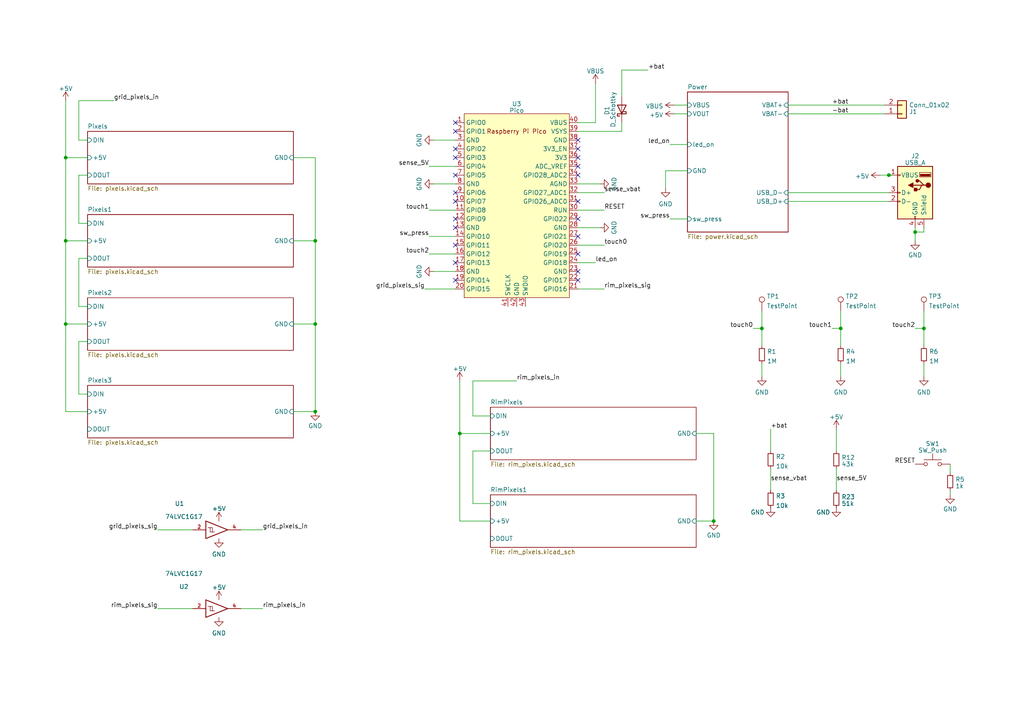
<source format=kicad_sch>
(kicad_sch (version 20230121) (generator eeschema)
  (paper "A4")
  (lib_symbols
    (symbol "74xGxx:74LVC1G17" (pin_names (offset 1.016))
      (property "Reference" "U" (at -2.54 3.81 0))
      (property "Value" "74LVC1G17" (at 0 -3.81 0))
      (symbol "74LVC1G17_0_1"
        (polyline (pts (xy -2.54 0.635) (xy -1.905 0.635) (xy -1.905 -0.635)))
        (polyline (pts (xy -3.81 2.54) (xy -3.81 -2.54) (xy 2.54 0) (xy -3.81 2.54)) (stroke (width 0.254)))
        (polyline (pts (xy -3.175 0.635) (xy -2.54 0.635) (xy -2.54 -0.635) (xy -1.27 -0.635)))
      )
      (symbol "74LVC1G17_1_1"
        (pin input line (at -7.62 0 0) (length 3.81) (name "~") (number "2"))
        (pin power_in line (at 0 -2.54 270) (length 0) hide (name "GND") (number "3"))
        (pin output line (at 6.35 0 180) (length 3.81) (name "~") (number "4"))
        (pin power_in line (at 0 2.54 90) (length 0) hide (name "VCC") (number "5"))
      )
    )
    (symbol "Connector:TestPoint" (pin_numbers hide) (pin_names (offset 0.762) hide)
      (property "Reference" "TP" (at 0 6.858 0))
      (property "Value" "TestPoint" (at 0 5.08 0))
      (symbol "TestPoint_0_1"
        (circle (center 0 3.302) (radius 0.762))
      )
      (symbol "TestPoint_1_1"
        (pin passive line (at 0 0 90) (length 2.54) (name "1") (number "1"))
      )
    )
    (symbol "Connector:USB_A" (pin_names (offset 1.016))
      (property "Reference" "J" (at -5.08 11.43 0))
      (property "Value" "USB_A" (at -5.08 8.89 0))
      (symbol "USB_A_0_1"
        (rectangle (start -5.08 -7.62) (end 5.08 7.62) (stroke (width 0.254)) (fill (type background)))
        (circle (center -3.81 2.159) (radius 0.635) (stroke (width 0.254)) (fill (type outline)))
        (rectangle (start -1.524 4.826) (end -4.318 5.334) (fill (type outline)))
        (rectangle (start -1.27 4.572) (end -4.572 5.842))
        (circle (center -0.635 3.429) (radius 0.381) (stroke (width 0.254)) (fill (type outline)))
        (rectangle (start -0.127 -7.62) (end 0.127 -6.858))
        (polyline (pts (xy -3.175 2.159) (xy -2.54 2.159) (xy -1.27 3.429) (xy -0.635 3.429)) (stroke (width 0.254)))
        (polyline (pts (xy -2.54 2.159) (xy -1.905 2.159) (xy -1.27 0.889) (xy 0 0.889)) (stroke (width 0.254)))
        (polyline (pts (xy 0.635 2.794) (xy 0.635 1.524) (xy 1.905 2.159) (xy 0.635 2.794)) (stroke (width 0.254)) (fill (type outline)))
        (rectangle (start 0.254 1.27) (end -0.508 0.508) (stroke (width 0.254)) (fill (type outline)))
        (rectangle (start 5.08 -2.667) (end 4.318 -2.413))
        (rectangle (start 5.08 -0.127) (end 4.318 0.127))
        (rectangle (start 5.08 4.953) (end 4.318 5.207))
      )
      (symbol "USB_A_1_1"
        (polyline (pts (xy -1.905 2.159) (xy 0.635 2.159)) (stroke (width 0.254)))
        (pin power_in line (at 7.62 5.08 180) (length 2.54) (name "VBUS") (number "1"))
        (pin bidirectional line (at 7.62 -2.54 180) (length 2.54) (name "D-") (number "2"))
        (pin bidirectional line (at 7.62 0 180) (length 2.54) (name "D+") (number "3"))
        (pin power_in line (at 0 -10.16 90) (length 2.54) (name "GND") (number "4"))
        (pin passive line (at -2.54 -10.16 90) (length 2.54) (name "Shield") (number "5"))
      )
    )
    (symbol "Connector_Generic:Conn_01x02" (pin_names (offset 1.016) hide)
      (property "Reference" "J" (at 0 2.54 0))
      (property "Value" "Conn_01x02" (at 0 -5.08 0))
      (symbol "Conn_01x02_1_1"
        (rectangle (start -1.27 -2.413) (end 0 -2.667) (stroke (width 0.1524)))
        (rectangle (start -1.27 0.127) (end 0 -0.127) (stroke (width 0.1524)))
        (rectangle (start -1.27 1.27) (end 1.27 -3.81) (stroke (width 0.254)) (fill (type background)))
        (pin passive line (at -5.08 0 0) (length 3.81) (name "Pin_1") (number "1"))
        (pin passive line (at -5.08 -2.54 0) (length 3.81) (name "Pin_2") (number "2"))
      )
    )
    (symbol "Device:D_Schottky" (pin_numbers hide) (pin_names (offset 1.016) hide)
      (property "Reference" "D" (at 0 2.54 0))
      (property "Value" "D_Schottky" (at 0 -2.54 0))
      (symbol "D_Schottky_0_1"
        (polyline (pts (xy 1.27 0) (xy -1.27 0)))
        (polyline (pts (xy 1.27 1.27) (xy 1.27 -1.27) (xy -1.27 0) (xy 1.27 1.27)) (stroke (width 0.254)))
        (polyline (pts (xy -1.905 0.635) (xy -1.905 1.27) (xy -1.27 1.27) (xy -1.27 -1.27) (xy -0.635 -1.27) (xy -0.635 -0.635)) (stroke (width 0.254)))
      )
      (symbol "D_Schottky_1_1"
        (pin passive line (at -3.81 0 0) (length 2.54) (name "K") (number "1"))
        (pin passive line (at 3.81 0 180) (length 2.54) (name "A") (number "2"))
      )
    )
    (symbol "Device:R_Small" (pin_numbers hide) (pin_names (offset 0.254) hide)
      (property "Reference" "R" (at 0.762 0.508 0))
      (property "Value" "R_Small" (at 0.762 -1.016 0))
      (symbol "R_Small_0_1"
        (rectangle (start -0.762 1.778) (end 0.762 -1.778) (stroke (width 0.2032)))
      )
      (symbol "R_Small_1_1"
        (pin passive line (at 0 2.54 270) (length 0.762) (name "~") (number "1"))
        (pin passive line (at 0 -2.54 90) (length 0.762) (name "~") (number "2"))
      )
    )
    (symbol "PiPico:Pico"
      (property "Reference" "U" (at -13.97 27.94 0))
      (property "Value" "Pico" (at 0 19.05 0))
      (symbol "Pico_0_0"
        (text "Raspberry Pi Pico" (at 0 21.59 0) (effects (font (size 1.27 1.27))))
      )
      (symbol "Pico_0_1"
        (rectangle (start -15.24 26.67) (end 15.24 -26.67) (fill (type background)))
      )
      (symbol "Pico_1_1"
        (pin bidirectional line (at -17.78 24.13 0) (length 2.54) (name "GPIO0") (number "1"))
        (pin bidirectional line (at -17.78 1.27 0) (length 2.54) (name "GPIO7") (number "10"))
        (pin bidirectional line (at -17.78 -1.27 0) (length 2.54) (name "GPIO8") (number "11"))
        (pin bidirectional line (at -17.78 -3.81 0) (length 2.54) (name "GPIO9") (number "12"))
        (pin power_in line (at -17.78 -6.35 0) (length 2.54) (name "GND") (number "13"))
        (pin bidirectional line (at -17.78 -8.89 0) (length 2.54) (name "GPIO10") (number "14"))
        (pin bidirectional line (at -17.78 -11.43 0) (length 2.54) (name "GPIO11") (number "15"))
        (pin bidirectional line (at -17.78 -13.97 0) (length 2.54) (name "GPIO12") (number "16"))
        (pin bidirectional line (at -17.78 -16.51 0) (length 2.54) (name "GPIO13") (number "17"))
        (pin power_in line (at -17.78 -19.05 0) (length 2.54) (name "GND") (number "18"))
        (pin bidirectional line (at -17.78 -21.59 0) (length 2.54) (name "GPIO14") (number "19"))
        (pin bidirectional line (at -17.78 21.59 0) (length 2.54) (name "GPIO1") (number "2"))
        (pin bidirectional line (at -17.78 -24.13 0) (length 2.54) (name "GPIO15") (number "20"))
        (pin bidirectional line (at 17.78 -24.13 180) (length 2.54) (name "GPIO16") (number "21"))
        (pin bidirectional line (at 17.78 -21.59 180) (length 2.54) (name "GPIO17") (number "22"))
        (pin power_in line (at 17.78 -19.05 180) (length 2.54) (name "GND") (number "23"))
        (pin bidirectional line (at 17.78 -16.51 180) (length 2.54) (name "GPIO18") (number "24"))
        (pin bidirectional line (at 17.78 -13.97 180) (length 2.54) (name "GPIO19") (number "25"))
        (pin bidirectional line (at 17.78 -11.43 180) (length 2.54) (name "GPIO20") (number "26"))
        (pin bidirectional line (at 17.78 -8.89 180) (length 2.54) (name "GPIO21") (number "27"))
        (pin power_in line (at 17.78 -6.35 180) (length 2.54) (name "GND") (number "28"))
        (pin bidirectional line (at 17.78 -3.81 180) (length 2.54) (name "GPIO22") (number "29"))
        (pin power_in line (at -17.78 19.05 0) (length 2.54) (name "GND") (number "3"))
        (pin input line (at 17.78 -1.27 180) (length 2.54) (name "RUN") (number "30"))
        (pin bidirectional line (at 17.78 1.27 180) (length 2.54) (name "GPIO26_ADC0") (number "31"))
        (pin bidirectional line (at 17.78 3.81 180) (length 2.54) (name "GPIO27_ADC1") (number "32"))
        (pin power_in line (at 17.78 6.35 180) (length 2.54) (name "AGND") (number "33"))
        (pin bidirectional line (at 17.78 8.89 180) (length 2.54) (name "GPIO28_ADC2") (number "34"))
        (pin power_in line (at 17.78 11.43 180) (length 2.54) (name "ADC_VREF") (number "35"))
        (pin power_in line (at 17.78 13.97 180) (length 2.54) (name "3V3") (number "36"))
        (pin input line (at 17.78 16.51 180) (length 2.54) (name "3V3_EN") (number "37"))
        (pin bidirectional line (at 17.78 19.05 180) (length 2.54) (name "GND") (number "38"))
        (pin power_in line (at 17.78 21.59 180) (length 2.54) (name "VSYS") (number "39"))
        (pin bidirectional line (at -17.78 16.51 0) (length 2.54) (name "GPIO2") (number "4"))
        (pin power_in line (at 17.78 24.13 180) (length 2.54) (name "VBUS") (number "40"))
        (pin input line (at -2.54 -29.21 90) (length 2.54) (name "SWCLK") (number "41"))
        (pin power_in line (at 0 -29.21 90) (length 2.54) (name "GND") (number "42"))
        (pin bidirectional line (at 2.54 -29.21 90) (length 2.54) (name "SWDIO") (number "43"))
        (pin bidirectional line (at -17.78 13.97 0) (length 2.54) (name "GPIO3") (number "5"))
        (pin bidirectional line (at -17.78 11.43 0) (length 2.54) (name "GPIO4") (number "6"))
        (pin bidirectional line (at -17.78 8.89 0) (length 2.54) (name "GPIO5") (number "7"))
        (pin power_in line (at -17.78 6.35 0) (length 2.54) (name "GND") (number "8"))
        (pin bidirectional line (at -17.78 3.81 0) (length 2.54) (name "GPIO6") (number "9"))
      )
    )
    (symbol "Switch:SW_Push" (pin_numbers hide) (pin_names (offset 1.016) hide)
      (property "Reference" "SW" (at 1.27 2.54 0))
      (property "Value" "SW_Push" (at 0 -1.524 0))
      (symbol "SW_Push_0_1"
        (circle (center -2.032 0) (radius 0.508))
        (polyline (pts (xy 0 1.27) (xy 0 3.048)))
        (polyline (pts (xy 2.54 1.27) (xy -2.54 1.27)))
        (circle (center 2.032 0) (radius 0.508))
        (pin passive line (at -5.08 0 0) (length 2.54) (name "1") (number "1"))
        (pin passive line (at 5.08 0 180) (length 2.54) (name "2") (number "2"))
      )
    )
    (symbol "power:+5V" (power) (pin_names (offset 0))
      (property "Value" "+5V" (at 0 3.556 0))
      (symbol "+5V_0_1"
        (polyline (pts (xy -0.762 1.27) (xy 0 2.54)))
        (polyline (pts (xy 0 0) (xy 0 2.54)))
        (polyline (pts (xy 0 2.54) (xy 0.762 1.27)))
      )
      (symbol "+5V_1_1"
        (pin power_in line (at 0 0 90) (length 0) hide (name "+5V") (number "1"))
      )
    )
    (symbol "power:GND" (power) (pin_names (offset 0))
      (property "Value" "GND" (at 0 -3.81 0))
      (symbol "GND_0_1"
        (polyline (pts (xy 0 0) (xy 0 -1.27) (xy 1.27 -1.27) (xy 0 -2.54) (xy -1.27 -1.27) (xy 0 -1.27)))
      )
      (symbol "GND_1_1"
        (pin power_in line (at 0 0 270) (length 0) hide (name "GND") (number "1"))
      )
    )
    (symbol "power:VBUS" (power) (pin_names (offset 0))
      (property "Value" "VBUS" (at 0 3.81 0))
      (symbol "VBUS_0_1"
        (polyline (pts (xy -0.762 1.27) (xy 0 2.54)))
        (polyline (pts (xy 0 0) (xy 0 2.54)))
        (polyline (pts (xy 0 2.54) (xy 0.762 1.27)))
      )
      (symbol "VBUS_1_1"
        (pin power_in line (at 0 0 90) (length 0) hide (name "VBUS") (number "1"))
      )
    )
  )
  (junction (at 19.05 69.85))
  (junction (at 19.05 45.72))
  (junction (at 133.35 125.73))
  (junction (at 19.05 93.98))
  (junction (at 243.84 95.25))
  (junction (at 267.97 95.25))
  (junction (at 91.44 119.38))
  (junction (at 207.01 151.13))
  (junction (at 265.43 67.31))
  (junction (at 91.44 93.98))
  (junction (at 91.44 69.85))
  (junction (at 220.98 95.25))
  (junction (at 257.81 50.8))
  (no_connect (at 132.08 43.18))
  (no_connect (at 132.08 71.12))
  (no_connect (at 167.64 43.18))
  (no_connect (at 132.08 81.28))
  (no_connect (at 167.64 50.8))
  (no_connect (at 167.64 48.26))
  (no_connect (at 167.64 78.74))
  (no_connect (at 132.08 35.56))
  (no_connect (at 167.64 45.72))
  (no_connect (at 167.64 63.5))
  (no_connect (at 132.08 76.2))
  (no_connect (at 132.08 50.8))
  (no_connect (at 167.64 73.66))
  (no_connect (at 132.08 38.1))
  (no_connect (at 167.64 40.64))
  (no_connect (at 167.64 58.42))
  (no_connect (at 132.08 58.42))
  (no_connect (at 132.08 63.5))
  (no_connect (at 132.08 66.04))
  (no_connect (at 132.08 55.88))
  (no_connect (at 167.64 68.58))
  (no_connect (at 132.08 45.72))
  (no_connect (at 167.64 81.28))
  (wire (pts (xy 241.3 95.25) (xy 243.84 95.25)))
  (wire (pts (xy 22.86 114.3) (xy 25.4 114.3)))
  (wire (pts (xy 137.16 130.81) (xy 137.16 146.05)))
  (wire (pts (xy 25.4 99.06) (xy 22.86 99.06)))
  (wire (pts (xy 220.98 90.17) (xy 220.98 95.25)))
  (wire (pts (xy 167.64 35.56) (xy 172.72 35.56)))
  (wire (pts (xy 19.05 93.98) (xy 19.05 69.85)))
  (wire (pts (xy 194.31 63.5) (xy 199.39 63.5)))
  (wire (pts (xy 242.57 135.89) (xy 242.57 142.24)))
  (wire (pts (xy 19.05 29.21) (xy 19.05 45.72)))
  (wire (pts (xy 85.09 93.98) (xy 91.44 93.98)))
  (wire (pts (xy 228.6 58.42) (xy 257.81 58.42)))
  (wire (pts (xy 76.2 176.53) (xy 69.85 176.53)))
  (wire (pts (xy 167.64 53.34) (xy 173.99 53.34)))
  (wire (pts (xy 267.97 105.41) (xy 267.97 109.22)))
  (wire (pts (xy 25.4 50.8) (xy 22.86 50.8)))
  (wire (pts (xy 275.59 142.24) (xy 275.59 143.51)))
  (wire (pts (xy 123.19 83.82) (xy 132.08 83.82)))
  (wire (pts (xy 91.44 69.85) (xy 91.44 45.72)))
  (wire (pts (xy 167.64 38.1) (xy 180.34 38.1)))
  (wire (pts (xy 175.26 55.88) (xy 167.64 55.88)))
  (wire (pts (xy 137.16 146.05) (xy 142.24 146.05)))
  (wire (pts (xy 267.97 67.31) (xy 265.43 67.31)))
  (wire (pts (xy 167.64 60.96) (xy 175.26 60.96)))
  (wire (pts (xy 25.4 74.93) (xy 22.86 74.93)))
  (wire (pts (xy 207.01 151.13) (xy 207.01 125.73)))
  (wire (pts (xy 267.97 90.17) (xy 267.97 95.25)))
  (wire (pts (xy 223.52 124.46) (xy 223.52 130.81)))
  (wire (pts (xy 22.86 64.77) (xy 25.4 64.77)))
  (wire (pts (xy 133.35 125.73) (xy 133.35 151.13)))
  (wire (pts (xy 22.86 40.64) (xy 22.86 29.21)))
  (wire (pts (xy 243.84 105.41) (xy 243.84 109.22)))
  (wire (pts (xy 124.46 68.58) (xy 132.08 68.58)))
  (wire (pts (xy 91.44 45.72) (xy 85.09 45.72)))
  (wire (pts (xy 201.93 151.13) (xy 207.01 151.13)))
  (wire (pts (xy 19.05 119.38) (xy 19.05 93.98)))
  (wire (pts (xy 124.46 48.26) (xy 132.08 48.26)))
  (wire (pts (xy 19.05 93.98) (xy 25.4 93.98)))
  (wire (pts (xy 91.44 119.38) (xy 91.44 93.98)))
  (wire (pts (xy 172.72 24.13) (xy 172.72 35.56)))
  (wire (pts (xy 132.08 53.34) (xy 125.73 53.34)))
  (wire (pts (xy 180.34 38.1) (xy 180.34 35.56)))
  (wire (pts (xy 175.26 71.12) (xy 167.64 71.12)))
  (wire (pts (xy 142.24 130.81) (xy 137.16 130.81)))
  (wire (pts (xy 180.34 20.32) (xy 187.96 20.32)))
  (wire (pts (xy 142.24 125.73) (xy 133.35 125.73)))
  (wire (pts (xy 85.09 69.85) (xy 91.44 69.85)))
  (wire (pts (xy 137.16 120.65) (xy 137.16 110.49)))
  (wire (pts (xy 124.46 60.96) (xy 132.08 60.96)))
  (wire (pts (xy 223.52 135.89) (xy 223.52 142.24)))
  (wire (pts (xy 193.04 49.53) (xy 193.04 54.61)))
  (wire (pts (xy 91.44 93.98) (xy 91.44 69.85)))
  (wire (pts (xy 22.86 50.8) (xy 22.86 64.77)))
  (wire (pts (xy 45.72 176.53) (xy 55.88 176.53)))
  (wire (pts (xy 228.6 33.02) (xy 256.54 33.02)))
  (wire (pts (xy 167.64 66.04) (xy 173.99 66.04)))
  (wire (pts (xy 142.24 120.65) (xy 137.16 120.65)))
  (wire (pts (xy 265.43 95.25) (xy 267.97 95.25)))
  (wire (pts (xy 45.72 153.67) (xy 55.88 153.67)))
  (wire (pts (xy 265.43 67.31) (xy 265.43 66.04)))
  (wire (pts (xy 195.58 30.48) (xy 199.39 30.48)))
  (wire (pts (xy 207.01 125.73) (xy 201.93 125.73)))
  (wire (pts (xy 180.34 27.94) (xy 180.34 20.32)))
  (wire (pts (xy 218.44 95.25) (xy 220.98 95.25)))
  (wire (pts (xy 255.27 50.8) (xy 257.81 50.8)))
  (wire (pts (xy 19.05 69.85) (xy 19.05 45.72)))
  (wire (pts (xy 19.05 45.72) (xy 25.4 45.72)))
  (wire (pts (xy 265.43 69.85) (xy 265.43 67.31)))
  (wire (pts (xy 25.4 119.38) (xy 19.05 119.38)))
  (wire (pts (xy 132.08 40.64) (xy 125.73 40.64)))
  (wire (pts (xy 220.98 95.25) (xy 220.98 100.33)))
  (wire (pts (xy 133.35 151.13) (xy 142.24 151.13)))
  (wire (pts (xy 275.59 134.62) (xy 275.59 137.16)))
  (wire (pts (xy 85.09 119.38) (xy 91.44 119.38)))
  (wire (pts (xy 243.84 95.25) (xy 243.84 100.33)))
  (wire (pts (xy 22.86 74.93) (xy 22.86 88.9)))
  (wire (pts (xy 195.58 33.02) (xy 199.39 33.02)))
  (wire (pts (xy 22.86 99.06) (xy 22.86 114.3)))
  (wire (pts (xy 133.35 110.49) (xy 133.35 125.73)))
  (wire (pts (xy 267.97 95.25) (xy 267.97 100.33)))
  (wire (pts (xy 194.31 41.91) (xy 199.39 41.91)))
  (wire (pts (xy 22.86 29.21) (xy 33.02 29.21)))
  (wire (pts (xy 175.26 83.82) (xy 167.64 83.82)))
  (wire (pts (xy 19.05 69.85) (xy 25.4 69.85)))
  (wire (pts (xy 124.46 73.66) (xy 132.08 73.66)))
  (wire (pts (xy 228.6 55.88) (xy 257.81 55.88)))
  (wire (pts (xy 228.6 30.48) (xy 256.54 30.48)))
  (wire (pts (xy 132.08 78.74) (xy 125.73 78.74)))
  (wire (pts (xy 243.84 90.17) (xy 243.84 95.25)))
  (wire (pts (xy 137.16 110.49) (xy 149.86 110.49)))
  (wire (pts (xy 267.97 66.04) (xy 267.97 67.31)))
  (wire (pts (xy 25.4 40.64) (xy 22.86 40.64)))
  (wire (pts (xy 199.39 49.53) (xy 193.04 49.53)))
  (wire (pts (xy 172.72 76.2) (xy 167.64 76.2)))
  (wire (pts (xy 22.86 88.9) (xy 25.4 88.9)))
  (wire (pts (xy 242.57 124.46) (xy 242.57 130.81)))
  (wire (pts (xy 76.2 153.67) (xy 69.85 153.67)))
  (wire (pts (xy 220.98 105.41) (xy 220.98 109.22)))
  (wire (pts (xy 257.81 50.8) (xy 259.08 50.8)))
  (label "touch1" (at 241.3 95.25 180))
  (label "touch2" (at 124.46 73.66 180))
  (label "sw_press" (at 194.31 63.5 180))
  (label "RESET" (at 175.26 60.96 0))
  (label "grid_pixels_in" (at 76.2 153.67 0))
  (label "touch0" (at 175.26 71.12 0))
  (label "rim_pixels_in" (at 149.86 110.49 0))
  (label "touch0" (at 218.44 95.25 180))
  (label "led_on" (at 194.31 41.91 180))
  (label "touch2" (at 265.43 95.25 180))
  (label "grid_pixels_sig" (at 123.19 83.82 180))
  (label "+bat" (at 223.52 124.46 0))
  (label "sense_5V" (at 124.46 48.26 180))
  (label "grid_pixels_sig" (at 45.72 153.67 180))
  (label "rim_pixels_sig" (at 45.72 176.53 180))
  (label "RESET" (at 265.43 134.62 180))
  (label "led_on" (at 172.72 76.2 0))
  (label "rim_pixels_in" (at 76.2 176.53 0))
  (label "sw_press" (at 124.46 68.58 180))
  (label "+bat" (at 187.96 20.32 0))
  (label "sense_5V" (at 242.57 139.7 0))
  (label "touch1" (at 124.46 60.96 180))
  (label "sense_vbat" (at 223.52 139.7 0))
  (label "+bat" (at 241.3 30.48 0))
  (label "grid_pixels_in" (at 33.02 29.21 0))
  (label "-bat" (at 241.3 33.02 0))
  (label "rim_pixels_sig" (at 175.26 83.82 0))
  (label "sense_vbat" (at 175.26 55.88 0))
  (symbol (lib_id "Device:R_Small") (at 223.52 144.78 0) (unit 1)
    (property "Reference" "R3" (at 225.0186 143.8715 0) (effects (justify left)))
    (property "Value" "10k" (at 225.0186 146.6466 0) (effects (justify left)))
    (property "Footprint" "Resistor_SMD:R_0603_1608Metric" (effects hide))
    (property "LCSC" "C25804" (effects hide))
  )
  (symbol (lib_id "Connector_Generic:Conn_01x02") (at 261.62 33.02 0) (mirror x) (unit 1)
    (property "Reference" "J1" (at 263.652 32.3937 0) (effects (justify left)))
    (property "Value" "Conn_01x02" (at 263.652 30.4727 0) (effects (justify left)))
    (property "Footprint" "Connector_JST:JST_PH_S2B-PH-SM4-TB_1x02-1MP_P2.00mm_Horizontal" (effects hide))
    (property "LCSC" "C442222" (effects hide))
  )
  (symbol (lib_id "power:GND") (at 220.98 109.22 0) (unit 1)
    (property "Reference" "#PWR018" (effects hide))
    (property "Value" "GND" (at 220.98 113.7825 0))
  )
  (symbol (lib_id "power:+5V") (at 63.5 173.99 0) (unit 1)
    (property "Reference" "#PWR04" (effects hide))
    (property "Value" "+5V" (at 63.5 170.3855 0))
  )
  (symbol (lib_id "Connector:USB_A") (at 265.43 55.88 0) (mirror y) (unit 1)
    (property "Reference" "J2" (at 265.43 45.2501 0))
    (property "Value" "USB_A" (at 265.43 47.1711 0))
    (property "Footprint" "Connector_USB:USB_A_Jing_904-131A2032S10100" (effects hide))
    (property "Datasheet" "https://datasheet.lcsc.com/lcsc/1912111437_SHOU-HAN-AF90CBJ_C404964.pdf" (effects hide))
    (property "LCSC" "C404964" (effects hide))
  )
  (symbol (lib_id "Device:R_Small") (at 242.57 144.78 0) (unit 1)
    (property "Reference" "R23" (at 244.0686 144.1363 0) (effects (justify left)))
    (property "Value" "51k" (at 244.0686 146.0573 0) (effects (justify left)))
    (property "Footprint" "Resistor_SMD:R_0603_1608Metric" (effects hide))
    (property "LCSC" "C23196" (effects hide))
    (property "Part" "0805W8F5102T5E" (effects hide))
  )
  (symbol (lib_id "Device:R_Small") (at 242.57 133.35 0) (unit 1)
    (property "Reference" "R12" (at 244.0686 132.7063 0) (effects (justify left)))
    (property "Value" "43k" (at 244.0686 134.6273 0) (effects (justify left)))
    (property "Footprint" "Resistor_SMD:R_0603_1608Metric" (effects hide))
    (property "LCSC" "C23172" (effects hide))
    (property "Part" "0805W8F4302T5E" (effects hide))
  )
  (symbol (lib_id "power:+5V") (at 19.05 29.21 0) (unit 1)
    (property "Reference" "#PWR01" (effects hide))
    (property "Value" "+5V" (at 19.05 25.7081 0))
  )
  (symbol (lib_id "74xGxx:74LVC1G17") (at 63.5 153.67 0) (unit 1)
    (property "Reference" "U1" (at 52.07 146.05 0))
    (property "Value" "74LVC1G17" (at 53.34 149.86 0))
    (property "Footprint" "Package_TO_SOT_SMD:SOT-23-5" (effects hide))
    (property "Datasheet" "http://www.ti.com/lit/sg/scyt129e/scyt129e.pdf" (effects hide))
    (property "LCSC" "C151394" (effects hide))
  )
  (symbol (lib_id "Device:R_Small") (at 267.97 102.87 0) (unit 1)
    (property "Reference" "R6" (at 269.4686 101.9615 0) (effects (justify left)))
    (property "Value" "1M" (at 269.4686 104.7366 0) (effects (justify left)))
    (property "Footprint" "Resistor_SMD:R_0603_1608Metric" (effects hide))
    (property "LCSC" "C22935" (effects hide))
  )
  (symbol (lib_id "power:+5V") (at 195.58 33.02 90) (unit 1)
    (property "Reference" "#PWR016" (effects hide))
    (property "Value" "+5V" (at 192.4051 33.3368 90) (effects (justify left)))
  )
  (symbol (lib_id "Device:D_Schottky") (at 180.34 31.75 90) (unit 1)
    (property "Reference" "D1" (at 176.0601 32.0675 0))
    (property "Value" "D_Schottky" (at 177.8 31.75 0))
    (property "Footprint" "Diode_SMD:D_SOD-123" (effects hide))
    (property "LCSC" "C8598" (effects hide))
    (property "Part" "B5819W SL" (effects hide))
  )
  (symbol (lib_id "Connector:TestPoint") (at 220.98 90.17 0) (unit 1)
    (property "Reference" "TP1" (at 222.377 85.9595 0) (effects (justify left)))
    (property "Value" "TestPoint" (at 222.377 88.7346 0) (effects (justify left)))
    (property "Footprint" "TestPoint:TestPoint_Pad_D4.0mm" (effects hide))
  )
  (symbol (lib_id "PiPico:Pico") (at 149.86 59.69 0) (unit 1)
    (property "Reference" "U3" (at 149.86 30.1371 0))
    (property "Value" "Pico" (at 149.86 32.0581 0))
    (property "Footprint" "footprints:RPi_Pico_SMD_TH" (effects hide))
  )
  (symbol (lib_id "power:GND") (at 173.99 66.04 90) (unit 1)
    (property "Reference" "#PWR013" (effects hide))
    (property "Value" "GND" (at 178.1255 66.04 0))
  )
  (symbol (lib_id "power:VBUS") (at 195.58 30.48 90) (unit 1)
    (property "Reference" "#PWR015" (effects hide))
    (property "Value" "VBUS" (at 192.405 30.7968 90) (effects (justify left)))
  )
  (symbol (lib_id "power:GND") (at 243.84 109.22 0) (unit 1)
    (property "Reference" "#PWR020" (effects hide))
    (property "Value" "GND" (at 243.84 113.7825 0))
  )
  (symbol (lib_id "Connector:TestPoint") (at 243.84 90.17 0) (unit 1)
    (property "Reference" "TP2" (at 245.237 85.9595 0) (effects (justify left)))
    (property "Value" "TestPoint" (at 245.237 88.7346 0) (effects (justify left)))
    (property "Footprint" "TestPoint:TestPoint_Pad_D4.0mm" (effects hide))
  )
  (symbol (lib_id "power:GND") (at 125.73 78.74 270) (unit 1)
    (property "Reference" "#PWR09" (effects hide))
    (property "Value" "GND" (at 121.5945 78.74 0))
  )
  (symbol (lib_id "power:GND") (at 193.04 54.61 0) (unit 1)
    (property "Reference" "#PWR014" (effects hide))
    (property "Value" "GND" (at 193.04 59.1725 0))
  )
  (symbol (lib_id "Connector:TestPoint") (at 267.97 90.17 0) (unit 1)
    (property "Reference" "TP3" (at 269.367 85.9595 0) (effects (justify left)))
    (property "Value" "TestPoint" (at 269.367 88.7346 0) (effects (justify left)))
    (property "Footprint" "TestPoint:TestPoint_Pad_D4.0mm" (effects hide))
  )
  (symbol (lib_id "power:GND") (at 275.59 143.51 0) (unit 1)
    (property "Reference" "#PWR022" (effects hide))
    (property "Value" "GND" (at 275.59 147.6455 0))
  )
  (symbol (lib_id "Device:R_Small") (at 243.84 102.87 0) (unit 1)
    (property "Reference" "R4" (at 245.3386 101.9615 0) (effects (justify left)))
    (property "Value" "1M" (at 245.3386 104.7366 0) (effects (justify left)))
    (property "Footprint" "Resistor_SMD:R_0603_1608Metric" (effects hide))
    (property "LCSC" "C22935" (effects hide))
  )
  (symbol (lib_id "power:GND") (at 223.52 147.32 0) (unit 1)
    (property "Reference" "#PWR019" (effects hide))
    (property "Value" "GND" (at 219.71 148.59 0))
  )
  (symbol (lib_id "power:GND") (at 63.5 179.07 0) (unit 1)
    (property "Reference" "#PWR05" (effects hide))
    (property "Value" "GND" (at 63.5 183.6325 0))
  )
  (symbol (lib_id "power:GND") (at 207.01 151.13 0) (unit 1)
    (property "Reference" "#PWR017" (effects hide))
    (property "Value" "GND" (at 207.01 155.2655 0))
  )
  (symbol (lib_id "power:+5V") (at 133.35 110.49 0) (unit 1)
    (property "Reference" "#PWR010" (effects hide))
    (property "Value" "+5V" (at 133.35 106.9881 0))
  )
  (symbol (lib_id "power:GND") (at 265.43 69.85 0) (unit 1)
    (property "Reference" "#PWR023" (effects hide))
    (property "Value" "GND" (at 265.43 73.9855 0))
  )
  (symbol (lib_id "power:GND") (at 242.57 147.32 0) (unit 1)
    (property "Reference" "#PWR050" (effects hide))
    (property "Value" "GND" (at 238.76 148.59 0))
  )
  (symbol (lib_id "power:GND") (at 63.5 156.21 0) (unit 1)
    (property "Reference" "#PWR03" (effects hide))
    (property "Value" "GND" (at 63.5 160.7725 0))
  )
  (symbol (lib_id "Device:R_Small") (at 220.98 102.87 0) (unit 1)
    (property "Reference" "R1" (at 222.4786 101.9615 0) (effects (justify left)))
    (property "Value" "1M" (at 222.4786 104.7366 0) (effects (justify left)))
    (property "Footprint" "Resistor_SMD:R_0603_1608Metric" (effects hide))
    (property "LCSC" "C22935" (effects hide))
  )
  (symbol (lib_id "power:GND") (at 125.73 53.34 270) (unit 1)
    (property "Reference" "#PWR08" (effects hide))
    (property "Value" "GND" (at 121.5945 53.34 0))
  )
  (symbol (lib_id "74xGxx:74LVC1G17") (at 63.5 176.53 0) (unit 1)
    (property "Reference" "U2" (at 53.34 170.18 0))
    (property "Value" "74LVC1G17" (at 53.34 166.37 0))
    (property "Footprint" "Package_TO_SOT_SMD:SOT-23-5" (effects hide))
    (property "Datasheet" "http://www.ti.com/lit/sg/scyt129e/scyt129e.pdf" (effects hide))
    (property "LCSC" "C151394" (effects hide))
  )
  (symbol (lib_id "power:+5V") (at 63.5 151.13 0) (unit 1)
    (property "Reference" "#PWR02" (effects hide))
    (property "Value" "+5V" (at 63.5 147.5255 0))
  )
  (symbol (lib_id "power:VBUS") (at 172.72 24.13 0) (unit 1)
    (property "Reference" "#PWR011" (effects hide))
    (property "Value" "VBUS" (at 172.72 20.6281 0))
  )
  (symbol (lib_id "Device:R_Small") (at 223.52 133.35 0) (unit 1)
    (property "Reference" "R2" (at 225.0186 132.4415 0) (effects (justify left)))
    (property "Value" "10k" (at 225.0186 135.2166 0) (effects (justify left)))
    (property "Footprint" "Resistor_SMD:R_0603_1608Metric" (effects hide))
    (property "LCSC" "C25804" (effects hide))
  )
  (symbol (lib_id "power:+5V") (at 255.27 50.8 90) (unit 1)
    (property "Reference" "#PWR021" (effects hide))
    (property "Value" "+5V" (at 252.0951 51.1168 90) (effects (justify left)))
  )
  (symbol (lib_id "power:+5V") (at 242.57 124.46 0) (unit 1)
    (property "Reference" "#PWR051" (effects hide))
    (property "Value" "+5V" (at 242.57 120.9581 0))
  )
  (symbol (lib_id "Switch:SW_Push") (at 270.51 134.62 0) (unit 1)
    (property "Reference" "SW1" (at 270.51 128.6891 0))
    (property "Value" "SW_Push" (at 270.51 130.6101 0))
    (property "Footprint" "Button_Switch_SMD:ShouHan_TS24CA" (effects hide))
    (property "LCSC" "C393942" (effects hide))
    (property "Part" "TS24CA" (effects hide))
  )
  (symbol (lib_id "Device:R_Small") (at 275.59 139.7 180) (unit 1)
    (property "Reference" "R5" (at 277.0886 139.0563 0) (effects (justify right)))
    (property "Value" "1k" (at 277.0886 140.9773 0) (effects (justify right)))
    (property "Footprint" "Resistor_SMD:R_0603_1608Metric" (effects hide))
    (property "LCSC" "C21190" (effects hide))
    (property "Part" "0805W8F2001T5E" (effects hide))
  )
  (symbol (lib_id "power:GND") (at 125.73 40.64 270) (unit 1)
    (property "Reference" "#PWR07" (effects hide))
    (property "Value" "GND" (at 121.5945 40.64 0))
  )
  (symbol (lib_id "power:GND") (at 173.99 53.34 90) (unit 1)
    (property "Reference" "#PWR012" (effects hide))
    (property "Value" "GND" (at 178.1255 53.34 0))
  )
  (symbol (lib_id "power:GND") (at 91.44 119.38 0) (unit 1)
    (property "Reference" "#PWR06" (effects hide))
    (property "Value" "GND" (at 91.44 123.5155 0))
  )
  (symbol (lib_id "power:GND") (at 267.97 109.22 0) (unit 1)
    (property "Reference" "#PWR024" (effects hide))
    (property "Value" "GND" (at 267.97 113.7825 0))
  )
  (sheet (at 142.24 118.11) (size 59.69 15.24) (stroke (width 0.1524))
    (property "Sheetname" "RimPixels" (at 142.24 117.3984 0) (effects (justify left bottom)))
    (property "Sheetfile" "rim_pixels.kicad_sch" (at 142.24 133.9346 0) (effects (justify left top)))
    (pin "+5V" input (at 142.24 125.73 180))
    (pin "DOUT" input (at 142.24 130.81 180))
    (pin "DIN" input (at 142.24 120.65 180))
    (pin "GND" input (at 201.93 125.73 0))
  )
  (sheet (at 25.4 38.1) (size 59.69 15.24) (stroke (width 0.1524))
    (property "Sheetname" "Pixels" (at 25.4 37.3884 0) (effects (justify left bottom)))
    (property "Sheetfile" "pixels.kicad_sch" (at 25.4 53.9246 0) (effects (justify left top)))
    (pin "+5V" input (at 25.4 45.72 180))
    (pin "DOUT" input (at 25.4 50.8 180))
    (pin "DIN" input (at 25.4 40.64 180))
    (pin "GND" input (at 85.09 45.72 0))
  )
  (sheet (at 142.24 143.51) (size 59.69 15.24) (stroke (width 0.1524))
    (property "Sheetname" "RimPixels1" (at 142.24 142.7984 0) (effects (justify left bottom)))
    (property "Sheetfile" "rim_pixels.kicad_sch" (at 142.24 159.3346 0) (effects (justify left top)))
    (pin "+5V" input (at 142.24 151.13 180))
    (pin "DOUT" input (at 142.24 156.21 180))
    (pin "DIN" input (at 142.24 146.05 180))
    (pin "GND" input (at 201.93 151.13 0))
  )
  (sheet (at 25.4 111.76) (size 59.69 15.24) (stroke (width 0.1524))
    (property "Sheetname" "Pixels3" (at 25.4 111.0484 0) (effects (justify left bottom)))
    (property "Sheetfile" "pixels.kicad_sch" (at 25.4 127.5846 0) (effects (justify left top)))
    (pin "+5V" input (at 25.4 119.38 180))
    (pin "DOUT" input (at 25.4 124.46 180))
    (pin "DIN" input (at 25.4 114.3 180))
    (pin "GND" input (at 85.09 119.38 0))
  )
  (sheet (at 199.39 26.67) (size 29.21 40.64) (stroke (width 0.1524))
    (property "Sheetname" "Power" (at 199.39 25.9584 0) (effects (justify left bottom)))
    (property "Sheetfile" "power.kicad_sch" (at 199.39 67.8946 0) (effects (justify left top)))
    (pin "VBAT+" input (at 228.6 30.48 0))
    (pin "GND" input (at 199.39 49.53 180))
    (pin "VBUS" input (at 199.39 30.48 180))
    (pin "VBAT-" input (at 228.6 33.02 0))
    (pin "VOUT" input (at 199.39 33.02 180))
    (pin "USB_D-" input (at 228.6 55.88 0))
    (pin "USB_D+" input (at 228.6 58.42 0))
    (pin "led_on" input (at 199.39 41.91 180))
    (pin "sw_press" input (at 199.39 63.5 180))
  )
  (sheet (at 25.4 86.36) (size 59.69 15.24) (stroke (width 0.1524))
    (property "Sheetname" "Pixels2" (at 25.4 85.6484 0) (effects (justify left bottom)))
    (property "Sheetfile" "pixels.kicad_sch" (at 25.4 102.1846 0) (effects (justify left top)))
    (pin "+5V" input (at 25.4 93.98 180))
    (pin "DOUT" input (at 25.4 99.06 180))
    (pin "DIN" input (at 25.4 88.9 180))
    (pin "GND" input (at 85.09 93.98 0))
  )
  (sheet (at 25.4 62.23) (size 59.69 15.24) (stroke (width 0.1524))
    (property "Sheetname" "Pixels1" (at 25.4 61.5184 0) (effects (justify left bottom)))
    (property "Sheetfile" "pixels.kicad_sch" (at 25.4 78.0546 0) (effects (justify left top)))
    (pin "+5V" input (at 25.4 69.85 180))
    (pin "DOUT" input (at 25.4 74.93 180))
    (pin "DIN" input (at 25.4 64.77 180))
    (pin "GND" input (at 85.09 69.85 0))
  )
)
</source>
